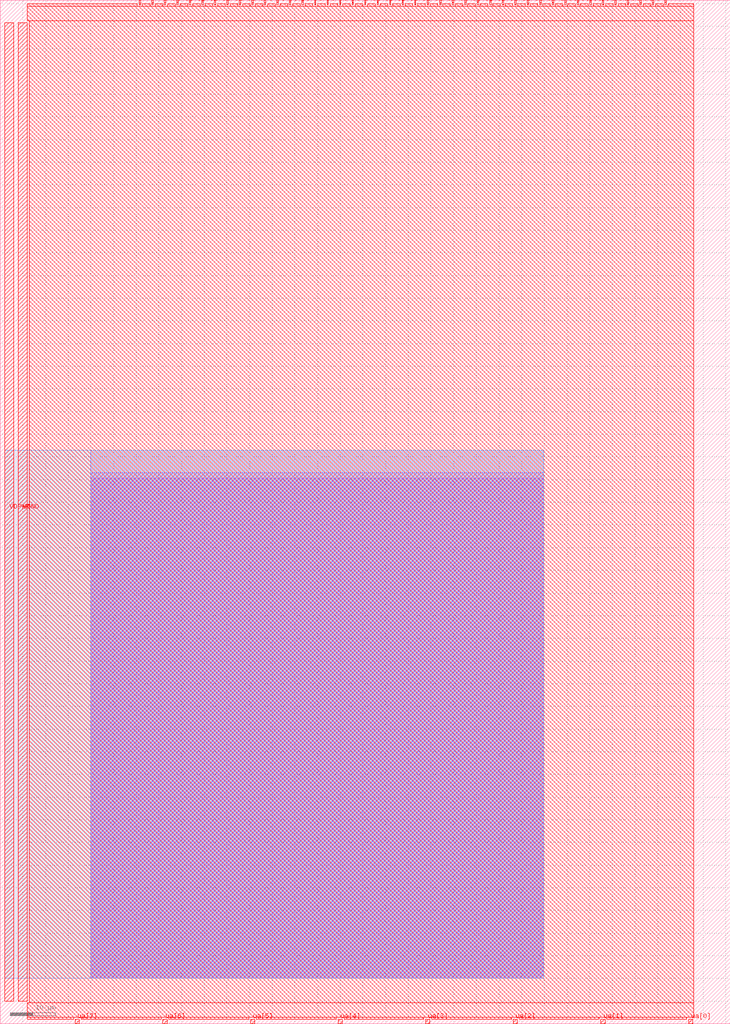
<source format=lef>
VERSION 5.7 ;
  NOWIREEXTENSIONATPIN ON ;
  DIVIDERCHAR "/" ;
  BUSBITCHARS "[]" ;
MACRO tt_um_couchand_analog_switch
  CLASS BLOCK ;
  FOREIGN tt_um_couchand_analog_switch ;
  ORIGIN 0.000 0.000 ;
  SIZE 161.000 BY 225.760 ;
  PIN clk
    DIRECTION INPUT ;
    USE SIGNAL ;
    PORT
      LAYER met4 ;
        RECT 143.830 224.760 144.130 225.760 ;
    END
  END clk
  PIN ena
    DIRECTION INPUT ;
    USE SIGNAL ;
    PORT
      LAYER met4 ;
        RECT 146.590 224.760 146.890 225.760 ;
    END
  END ena
  PIN rst_n
    DIRECTION INPUT ;
    USE SIGNAL ;
    PORT
      LAYER met4 ;
        RECT 141.070 224.760 141.370 225.760 ;
    END
  END rst_n
  PIN ua[0]
    DIRECTION INOUT ;
    USE SIGNAL ;
    ANTENNADIFFAREA 20.205000 ;
    PORT
      LAYER met4 ;
        RECT 151.810 0.000 152.710 1.000 ;
    END
  END ua[0]
  PIN ua[1]
    DIRECTION INOUT ;
    USE SIGNAL ;
    ANTENNADIFFAREA 20.205000 ;
    PORT
      LAYER met4 ;
        RECT 132.490 0.000 133.390 1.000 ;
    END
  END ua[1]
  PIN ua[2]
    DIRECTION INOUT ;
    USE SIGNAL ;
    PORT
      LAYER met4 ;
        RECT 113.170 0.000 114.070 1.000 ;
    END
  END ua[2]
  PIN ua[3]
    DIRECTION INOUT ;
    USE SIGNAL ;
    PORT
      LAYER met4 ;
        RECT 93.850 0.000 94.750 1.000 ;
    END
  END ua[3]
  PIN ua[4]
    DIRECTION INOUT ;
    USE SIGNAL ;
    PORT
      LAYER met4 ;
        RECT 74.530 0.000 75.430 1.000 ;
    END
  END ua[4]
  PIN ua[5]
    DIRECTION INOUT ;
    USE SIGNAL ;
    PORT
      LAYER met4 ;
        RECT 55.210 0.000 56.110 1.000 ;
    END
  END ua[5]
  PIN ua[6]
    DIRECTION INOUT ;
    USE SIGNAL ;
    PORT
      LAYER met4 ;
        RECT 35.890 0.000 36.790 1.000 ;
    END
  END ua[6]
  PIN ua[7]
    DIRECTION INOUT ;
    USE SIGNAL ;
    PORT
      LAYER met4 ;
        RECT 16.570 0.000 17.470 1.000 ;
    END
  END ua[7]
  PIN ui_in[0]
    DIRECTION INPUT ;
    USE SIGNAL ;
    ANTENNAGATEAREA 0.675000 ;
    PORT
      LAYER met4 ;
        RECT 138.310 224.760 138.610 225.760 ;
    END
  END ui_in[0]
  PIN ui_in[1]
    DIRECTION INPUT ;
    USE SIGNAL ;
    PORT
      LAYER met4 ;
        RECT 135.550 224.760 135.850 225.760 ;
    END
  END ui_in[1]
  PIN ui_in[2]
    DIRECTION INPUT ;
    USE SIGNAL ;
    PORT
      LAYER met4 ;
        RECT 132.790 224.760 133.090 225.760 ;
    END
  END ui_in[2]
  PIN ui_in[3]
    DIRECTION INPUT ;
    USE SIGNAL ;
    PORT
      LAYER met4 ;
        RECT 130.030 224.760 130.330 225.760 ;
    END
  END ui_in[3]
  PIN ui_in[4]
    DIRECTION INPUT ;
    USE SIGNAL ;
    PORT
      LAYER met4 ;
        RECT 127.270 224.760 127.570 225.760 ;
    END
  END ui_in[4]
  PIN ui_in[5]
    DIRECTION INPUT ;
    USE SIGNAL ;
    PORT
      LAYER met4 ;
        RECT 124.510 224.760 124.810 225.760 ;
    END
  END ui_in[5]
  PIN ui_in[6]
    DIRECTION INPUT ;
    USE SIGNAL ;
    PORT
      LAYER met4 ;
        RECT 121.750 224.760 122.050 225.760 ;
    END
  END ui_in[6]
  PIN ui_in[7]
    DIRECTION INPUT ;
    USE SIGNAL ;
    PORT
      LAYER met4 ;
        RECT 118.990 224.760 119.290 225.760 ;
    END
  END ui_in[7]
  PIN uio_in[0]
    DIRECTION INPUT ;
    USE SIGNAL ;
    PORT
      LAYER met4 ;
        RECT 116.230 224.760 116.530 225.760 ;
    END
  END uio_in[0]
  PIN uio_in[1]
    DIRECTION INPUT ;
    USE SIGNAL ;
    PORT
      LAYER met4 ;
        RECT 113.470 224.760 113.770 225.760 ;
    END
  END uio_in[1]
  PIN uio_in[2]
    DIRECTION INPUT ;
    USE SIGNAL ;
    PORT
      LAYER met4 ;
        RECT 110.710 224.760 111.010 225.760 ;
    END
  END uio_in[2]
  PIN uio_in[3]
    DIRECTION INPUT ;
    USE SIGNAL ;
    PORT
      LAYER met4 ;
        RECT 107.950 224.760 108.250 225.760 ;
    END
  END uio_in[3]
  PIN uio_in[4]
    DIRECTION INPUT ;
    USE SIGNAL ;
    PORT
      LAYER met4 ;
        RECT 105.190 224.760 105.490 225.760 ;
    END
  END uio_in[4]
  PIN uio_in[5]
    DIRECTION INPUT ;
    USE SIGNAL ;
    PORT
      LAYER met4 ;
        RECT 102.430 224.760 102.730 225.760 ;
    END
  END uio_in[5]
  PIN uio_in[6]
    DIRECTION INPUT ;
    USE SIGNAL ;
    PORT
      LAYER met4 ;
        RECT 99.670 224.760 99.970 225.760 ;
    END
  END uio_in[6]
  PIN uio_in[7]
    DIRECTION INPUT ;
    USE SIGNAL ;
    PORT
      LAYER met4 ;
        RECT 96.910 224.760 97.210 225.760 ;
    END
  END uio_in[7]
  PIN uio_oe[0]
    DIRECTION OUTPUT TRISTATE ;
    USE SIGNAL ;
    PORT
      LAYER met4 ;
        RECT 49.990 224.760 50.290 225.760 ;
    END
  END uio_oe[0]
  PIN uio_oe[1]
    DIRECTION OUTPUT TRISTATE ;
    USE SIGNAL ;
    PORT
      LAYER met4 ;
        RECT 47.230 224.760 47.530 225.760 ;
    END
  END uio_oe[1]
  PIN uio_oe[2]
    DIRECTION OUTPUT TRISTATE ;
    USE SIGNAL ;
    PORT
      LAYER met4 ;
        RECT 44.470 224.760 44.770 225.760 ;
    END
  END uio_oe[2]
  PIN uio_oe[3]
    DIRECTION OUTPUT TRISTATE ;
    USE SIGNAL ;
    PORT
      LAYER met4 ;
        RECT 41.710 224.760 42.010 225.760 ;
    END
  END uio_oe[3]
  PIN uio_oe[4]
    DIRECTION OUTPUT TRISTATE ;
    USE SIGNAL ;
    PORT
      LAYER met4 ;
        RECT 38.950 224.760 39.250 225.760 ;
    END
  END uio_oe[4]
  PIN uio_oe[5]
    DIRECTION OUTPUT TRISTATE ;
    USE SIGNAL ;
    PORT
      LAYER met4 ;
        RECT 36.190 224.760 36.490 225.760 ;
    END
  END uio_oe[5]
  PIN uio_oe[6]
    DIRECTION OUTPUT TRISTATE ;
    USE SIGNAL ;
    PORT
      LAYER met4 ;
        RECT 33.430 224.760 33.730 225.760 ;
    END
  END uio_oe[6]
  PIN uio_oe[7]
    DIRECTION OUTPUT TRISTATE ;
    USE SIGNAL ;
    PORT
      LAYER met4 ;
        RECT 30.670 224.760 30.970 225.760 ;
    END
  END uio_oe[7]
  PIN uio_out[0]
    DIRECTION OUTPUT TRISTATE ;
    USE SIGNAL ;
    PORT
      LAYER met4 ;
        RECT 72.070 224.760 72.370 225.760 ;
    END
  END uio_out[0]
  PIN uio_out[1]
    DIRECTION OUTPUT TRISTATE ;
    USE SIGNAL ;
    PORT
      LAYER met4 ;
        RECT 69.310 224.760 69.610 225.760 ;
    END
  END uio_out[1]
  PIN uio_out[2]
    DIRECTION OUTPUT TRISTATE ;
    USE SIGNAL ;
    PORT
      LAYER met4 ;
        RECT 66.550 224.760 66.850 225.760 ;
    END
  END uio_out[2]
  PIN uio_out[3]
    DIRECTION OUTPUT TRISTATE ;
    USE SIGNAL ;
    PORT
      LAYER met4 ;
        RECT 63.790 224.760 64.090 225.760 ;
    END
  END uio_out[3]
  PIN uio_out[4]
    DIRECTION OUTPUT TRISTATE ;
    USE SIGNAL ;
    PORT
      LAYER met4 ;
        RECT 61.030 224.760 61.330 225.760 ;
    END
  END uio_out[4]
  PIN uio_out[5]
    DIRECTION OUTPUT TRISTATE ;
    USE SIGNAL ;
    PORT
      LAYER met4 ;
        RECT 58.270 224.760 58.570 225.760 ;
    END
  END uio_out[5]
  PIN uio_out[6]
    DIRECTION OUTPUT TRISTATE ;
    USE SIGNAL ;
    PORT
      LAYER met4 ;
        RECT 55.510 224.760 55.810 225.760 ;
    END
  END uio_out[6]
  PIN uio_out[7]
    DIRECTION OUTPUT TRISTATE ;
    USE SIGNAL ;
    PORT
      LAYER met4 ;
        RECT 52.750 224.760 53.050 225.760 ;
    END
  END uio_out[7]
  PIN uo_out[0]
    DIRECTION OUTPUT TRISTATE ;
    USE SIGNAL ;
    ANTENNAGATEAREA 4.725000 ;
    ANTENNADIFFAREA 0.930000 ;
    PORT
      LAYER met4 ;
        RECT 94.150 224.760 94.450 225.760 ;
    END
  END uo_out[0]
  PIN uo_out[1]
    DIRECTION OUTPUT TRISTATE ;
    USE SIGNAL ;
    ANTENNAGATEAREA 33.750000 ;
    ANTENNADIFFAREA 0.930000 ;
    PORT
      LAYER met4 ;
        RECT 91.390 224.760 91.690 225.760 ;
    END
  END uo_out[1]
  PIN uo_out[2]
    DIRECTION OUTPUT TRISTATE ;
    USE SIGNAL ;
    PORT
      LAYER met4 ;
        RECT 88.630 224.760 88.930 225.760 ;
    END
  END uo_out[2]
  PIN uo_out[3]
    DIRECTION OUTPUT TRISTATE ;
    USE SIGNAL ;
    PORT
      LAYER met4 ;
        RECT 85.870 224.760 86.170 225.760 ;
    END
  END uo_out[3]
  PIN uo_out[4]
    DIRECTION OUTPUT TRISTATE ;
    USE SIGNAL ;
    PORT
      LAYER met4 ;
        RECT 83.110 224.760 83.410 225.760 ;
    END
  END uo_out[4]
  PIN uo_out[5]
    DIRECTION OUTPUT TRISTATE ;
    USE SIGNAL ;
    PORT
      LAYER met4 ;
        RECT 80.350 224.760 80.650 225.760 ;
    END
  END uo_out[5]
  PIN uo_out[6]
    DIRECTION OUTPUT TRISTATE ;
    USE SIGNAL ;
    PORT
      LAYER met4 ;
        RECT 77.590 224.760 77.890 225.760 ;
    END
  END uo_out[6]
  PIN uo_out[7]
    DIRECTION OUTPUT TRISTATE ;
    USE SIGNAL ;
    PORT
      LAYER met4 ;
        RECT 74.830 224.760 75.130 225.760 ;
    END
  END uo_out[7]
  PIN VDPWR
    DIRECTION INOUT ;
    USE POWER ;
    PORT
      LAYER met4 ;
        RECT 1.000 5.000 3.000 220.760 ;
    END
  END VDPWR
  PIN VGND
    DIRECTION INOUT ;
    USE GROUND ;
    PORT
      LAYER met4 ;
        RECT 4.000 5.000 6.000 220.760 ;
    END
  END VGND
  OBS
      LAYER li1 ;
        RECT 20.000 10.000 119.900 120.300 ;
      LAYER met1 ;
        RECT 20.000 10.000 119.900 121.500 ;
      LAYER met2 ;
        RECT 20.000 10.000 119.900 126.500 ;
      LAYER met3 ;
        RECT 1.000 10.000 119.900 126.500 ;
      LAYER met4 ;
        RECT 6.000 224.360 30.270 225.000 ;
        RECT 31.370 224.360 33.030 225.000 ;
        RECT 34.130 224.360 35.790 225.000 ;
        RECT 36.890 224.360 38.550 225.000 ;
        RECT 39.650 224.360 41.310 225.000 ;
        RECT 42.410 224.360 44.070 225.000 ;
        RECT 45.170 224.360 46.830 225.000 ;
        RECT 47.930 224.360 49.590 225.000 ;
        RECT 50.690 224.360 52.350 225.000 ;
        RECT 53.450 224.360 55.110 225.000 ;
        RECT 56.210 224.360 57.870 225.000 ;
        RECT 58.970 224.360 60.630 225.000 ;
        RECT 61.730 224.360 63.390 225.000 ;
        RECT 64.490 224.360 66.150 225.000 ;
        RECT 67.250 224.360 68.910 225.000 ;
        RECT 70.010 224.360 71.670 225.000 ;
        RECT 72.770 224.360 74.430 225.000 ;
        RECT 75.530 224.360 77.190 225.000 ;
        RECT 78.290 224.360 79.950 225.000 ;
        RECT 81.050 224.360 82.710 225.000 ;
        RECT 83.810 224.360 85.470 225.000 ;
        RECT 86.570 224.360 88.230 225.000 ;
        RECT 89.330 224.360 90.990 225.000 ;
        RECT 92.090 224.360 93.750 225.000 ;
        RECT 94.850 224.360 96.510 225.000 ;
        RECT 97.610 224.360 99.270 225.000 ;
        RECT 100.370 224.360 102.030 225.000 ;
        RECT 103.130 224.360 104.790 225.000 ;
        RECT 105.890 224.360 107.550 225.000 ;
        RECT 108.650 224.360 110.310 225.000 ;
        RECT 111.410 224.360 113.070 225.000 ;
        RECT 114.170 224.360 115.830 225.000 ;
        RECT 116.930 224.360 118.590 225.000 ;
        RECT 119.690 224.360 121.350 225.000 ;
        RECT 122.450 224.360 124.110 225.000 ;
        RECT 125.210 224.360 126.870 225.000 ;
        RECT 127.970 224.360 129.630 225.000 ;
        RECT 130.730 224.360 132.390 225.000 ;
        RECT 133.490 224.360 135.150 225.000 ;
        RECT 136.250 224.360 137.910 225.000 ;
        RECT 139.010 224.360 140.670 225.000 ;
        RECT 141.770 224.360 143.430 225.000 ;
        RECT 144.530 224.360 146.190 225.000 ;
        RECT 147.290 224.360 153.000 225.000 ;
        RECT 6.000 221.160 153.000 224.360 ;
        RECT 6.400 4.600 153.000 221.160 ;
        RECT 6.000 1.400 153.000 4.600 ;
        RECT 6.000 1.000 16.170 1.400 ;
        RECT 17.870 1.000 35.490 1.400 ;
        RECT 37.190 1.000 54.810 1.400 ;
        RECT 56.510 1.000 74.130 1.400 ;
        RECT 75.830 1.000 93.450 1.400 ;
        RECT 95.150 1.000 112.770 1.400 ;
        RECT 114.470 1.000 132.090 1.400 ;
        RECT 133.790 1.000 151.410 1.400 ;
  END
END tt_um_couchand_analog_switch
END LIBRARY


</source>
